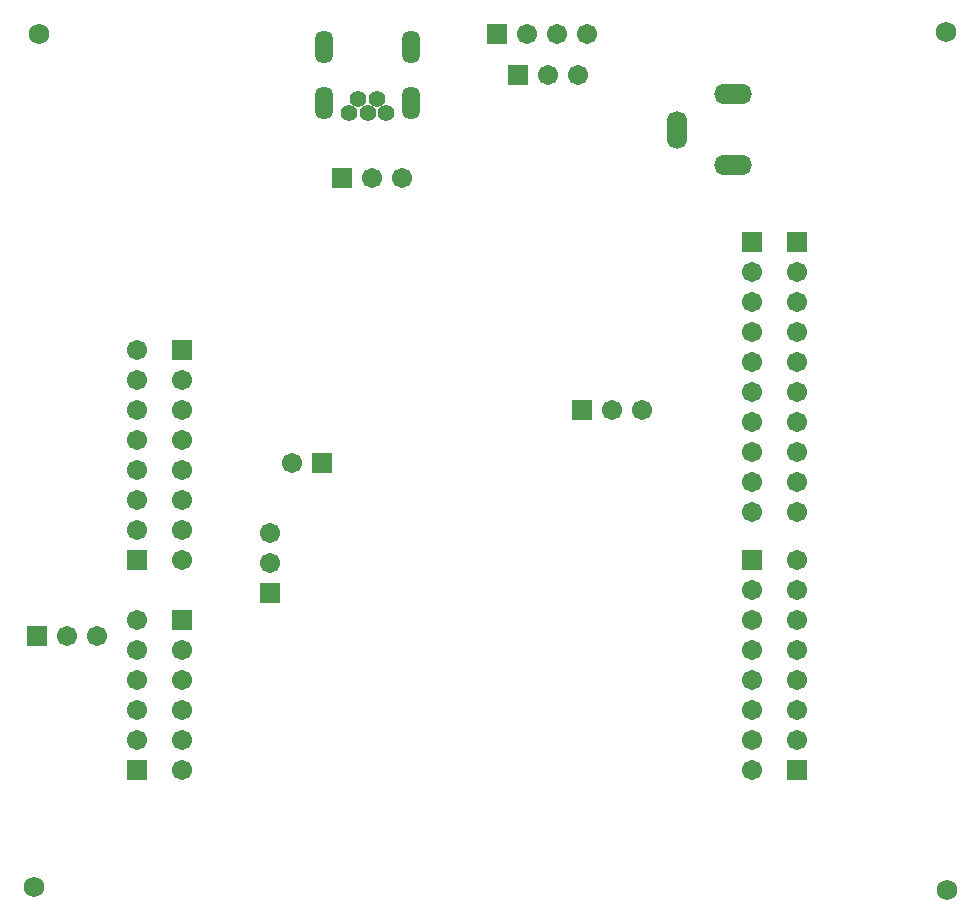
<source format=gbs>
G04 Layer_Color=16711935*
%FSLAX25Y25*%
%MOIN*%
G70*
G01*
G75*
%ADD49R,0.06706X0.06706*%
%ADD60R,0.06706X0.06706*%
%ADD61C,0.06706*%
%ADD62C,0.06800*%
%ADD63C,0.05556*%
%ADD64O,0.05950X0.11099*%
%ADD65O,0.06737X0.12674*%
%ADD66O,0.12674X0.06737*%
D49*
X89700Y109200D02*
D03*
X250600Y226000D02*
D03*
X265600D02*
D03*
X60600Y100000D02*
D03*
X45600Y120000D02*
D03*
Y50000D02*
D03*
X60600Y190000D02*
D03*
X250600Y120000D02*
D03*
X265600Y50000D02*
D03*
D60*
X165600Y295500D02*
D03*
X107000Y152500D02*
D03*
X193700Y170000D02*
D03*
X12200Y94700D02*
D03*
X113800Y247400D02*
D03*
X172500Y281700D02*
D03*
D61*
X89700Y119200D02*
D03*
Y129200D02*
D03*
X175600Y295500D02*
D03*
X185600D02*
D03*
X195600D02*
D03*
X250600Y216000D02*
D03*
Y196000D02*
D03*
Y186000D02*
D03*
Y176000D02*
D03*
Y166000D02*
D03*
Y156000D02*
D03*
Y146000D02*
D03*
Y136000D02*
D03*
Y206000D02*
D03*
X265600Y216000D02*
D03*
Y196000D02*
D03*
Y186000D02*
D03*
Y176000D02*
D03*
Y166000D02*
D03*
Y156000D02*
D03*
Y146000D02*
D03*
Y136000D02*
D03*
Y206000D02*
D03*
X60600Y50000D02*
D03*
Y60000D02*
D03*
Y70000D02*
D03*
Y80000D02*
D03*
Y90000D02*
D03*
X45600Y190000D02*
D03*
Y180000D02*
D03*
Y170000D02*
D03*
Y160000D02*
D03*
Y150000D02*
D03*
Y140000D02*
D03*
Y130000D02*
D03*
Y100000D02*
D03*
Y90000D02*
D03*
Y80000D02*
D03*
Y70000D02*
D03*
Y60000D02*
D03*
X60600Y120000D02*
D03*
Y130000D02*
D03*
Y140000D02*
D03*
Y150000D02*
D03*
Y160000D02*
D03*
Y170000D02*
D03*
Y180000D02*
D03*
X250600Y50000D02*
D03*
Y60000D02*
D03*
Y70000D02*
D03*
Y80000D02*
D03*
Y90000D02*
D03*
Y100000D02*
D03*
Y110000D02*
D03*
X265600Y120000D02*
D03*
Y110000D02*
D03*
Y100000D02*
D03*
Y90000D02*
D03*
Y80000D02*
D03*
Y70000D02*
D03*
Y60000D02*
D03*
X97000Y152500D02*
D03*
X213700Y170000D02*
D03*
X203700D02*
D03*
X32200Y94700D02*
D03*
X22200D02*
D03*
X133800Y247400D02*
D03*
X123800D02*
D03*
X192500Y281700D02*
D03*
X182500D02*
D03*
D62*
X315400Y10100D02*
D03*
X11000Y11000D02*
D03*
X12900Y295500D02*
D03*
X315100Y296200D02*
D03*
D63*
X128632Y268956D02*
D03*
X122333D02*
D03*
X116034D02*
D03*
X125483Y273680D02*
D03*
X119184D02*
D03*
D64*
X136900Y291200D02*
D03*
Y272499D02*
D03*
X107766D02*
D03*
Y291200D02*
D03*
D65*
X225596Y263520D02*
D03*
D66*
X244100Y275332D02*
D03*
Y251709D02*
D03*
M02*

</source>
